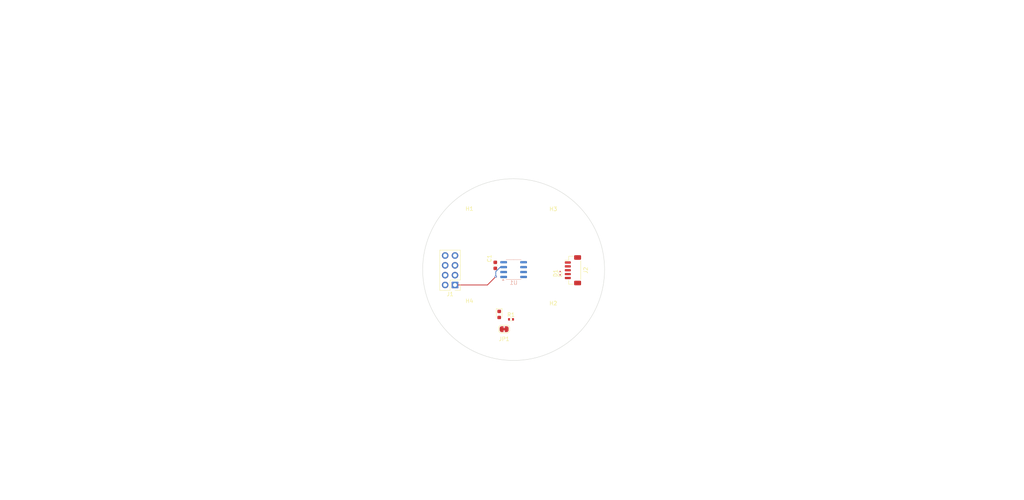
<source format=kicad_pcb>
(kicad_pcb (version 20241229) (generator "pcbnew") (generator_version "9.0")
  (title_block (date "2024-04-13") (rev "${REVISION}") (company "${COMPANY}"))
  (layers (0 "F.Cu" signal "L1 (Sig, PWR)") (4 "In1.Cu" power "L2 (GND)") (6 "In2.Cu" signal "L3 (Sig, PWR)") (2 "B.Cu" signal "L6 (Sig, PWR)") (13 "F.Paste" user) (15 "B.Paste" user) (5 "F.SilkS" user "F.Silkscreen") (7 "B.SilkS" user "B.Silkscreen") (1 "F.Mask" user) (3 "B.Mask" user) (25 "Edge.Cuts" user))
  (property "ASSEMBLY_NOTES" "")
  (property "BOARD_NAME" "EncoderGo")
  (property "COMPANY" "EveryFlavorRobotics")
  (property "DESIGNER" "Alexchunlin")
  (property "FABRICATION_NOTES" "")
  (property "GIT_HASH_PCB" "cffaaf0")
  (property "GIT_HASH_SCH" "cffaaf0")
  (property "GIT_URL" "https://github.com/alexchunlin/kibot-testing")
  (property "PROJECT_NAME" "CICD-Test")
  (property "RELEASE_BODY_1.0.0" "")
  (property "RELEASE_BODY_1.0.1" "")
  (property "RELEASE_BODY_1.0.2" "")
  (property "RELEASE_BODY_1.1.0" "")
  (property "RELEASE_BODY_UNRELEASED" "Version Unreleased not found.")
  (property "RELEASE_DATE" "12-Jan-2026")
  (property "RELEASE_DATE_NUM" "2026-01-12")
  (property "RELEASE_TITLE_1.0.0" "")
  (property "RELEASE_TITLE_1.0.1" "")
  (property "RELEASE_TITLE_1.0.2" "")
  (property "RELEASE_TITLE_1.1.0" "")
  (property "RELEASE_TITLE_UNRELEASED" "Version Unreleased not found.")
  (property "REVISION" "+ (Unreleased)")
  (property "SHEET_NAME_1" "Cover Page")
  (property "SHEET_NAME_10" "......................................")
  (property "SHEET_NAME_11" "......................................")
  (property "SHEET_NAME_12" "......................................")
  (property "SHEET_NAME_13" "......................................")
  (property "SHEET_NAME_14" "......................................")
  (property "SHEET_NAME_15" "......................................")
  (property "SHEET_NAME_16" "......................................")
  (property "SHEET_NAME_17" "......................................")
  (property "SHEET_NAME_18" "......................................")
  (property "SHEET_NAME_19" "......................................")
  (property "SHEET_NAME_2" "Block Diagram")
  (property "SHEET_NAME_20" "......................................")
  (property "SHEET_NAME_21" "......................................")
  (property "SHEET_NAME_22" "......................................")
  (property "SHEET_NAME_23" "......................................")
  (property "SHEET_NAME_24" "......................................")
  (property "SHEET_NAME_25" "......................................")
  (property "SHEET_NAME_26" "......................................")
  (property "SHEET_NAME_27" "......................................")
  (property "SHEET_NAME_28" "......................................")
  (property "SHEET_NAME_29" "......................................")
  (property "SHEET_NAME_3" "Project Architecture")
  (property "SHEET_NAME_30" "......................................")
  (property "SHEET_NAME_31" "......................................")
  (property "SHEET_NAME_32" "......................................")
  (property "SHEET_NAME_33" "......................................")
  (property "SHEET_NAME_34" "......................................")
  (property "SHEET_NAME_35" "......................................")
  (property "SHEET_NAME_36" "......................................")
  (property "SHEET_NAME_37" "......................................")
  (property "SHEET_NAME_38" "......................................")
  (property "SHEET_NAME_39" "......................................")
  (property "SHEET_NAME_4" "Section A - Title A")
  (property "SHEET_NAME_40" "......................................")
  (property "SHEET_NAME_5" "Section B - Title B")
  (property "SHEET_NAME_6" "Power - Sequencing")
  (property "SHEET_NAME_7" "Revision History")
  (property "SHEET_NAME_8" "......................................")
  (property "SHEET_NAME_9" "......................................")
  (property "VARIANT" "DRAFT")
  (net 0 "")
  (net 1 "GND")
  (net 2 "+3V3")
  (net 3 "Net-(D2-A)")
  (net 4 "out_sel")
  (net 5 "SDA-A")
  (net 6 "mode")
  (net 7 "push")
  (net 8 "SCL-B")
  (net 9 "Z-CS")
  (net 10 "Net-(JP1-B)")
  (footprint "Jumper:SolderJumper-2_P1.3mm_Bridged_RoundedPad1.0x1.5mm" (layer "F.Cu") (at 146.05 105.41)
    (property "Reference" "JP1" (at 0 2.54 0) (layer "F.SilkS"))
    (property "Value" "SolderJumper_2_Bridged")
    (fp_poly (pts (xy 0.25 -0.3) (xy -0.25 -0.3) (xy -0.25 0.3) (xy 0.25 0.3)) (fill yes) (layer "F.Cu"))
    (fp_line (start -1.4 0.3) (end -1.4 -0.3) (stroke (width 0.12)) (layer "F.SilkS"))
    (fp_line (start -0.7 -1) (end 0.7 -1) (stroke (width 0.12)) (layer "F.SilkS"))
    (fp_line (start 0.7 1) (end -0.7 1) (stroke (width 0.12)) (layer "F.SilkS"))
    (fp_line (start 1.4 -0.3) (end 1.4 0.3) (stroke (width 0.12)) (layer "F.SilkS"))
    (fp_arc (start -1.4 -0.3) (mid -1.194975 -0.794975) (end -0.7 -1) (stroke (width 0.12)) (layer "F.SilkS"))
    (fp_arc (start -0.7 1) (mid -1.194975 0.794975) (end -1.4 0.3) (stroke (width 0.12)) (layer "F.SilkS"))
    (fp_arc (start 0.7 -1) (mid 1.194975 -0.794975) (end 1.4 -0.3) (stroke (width 0.12)) (layer "F.SilkS"))
    (fp_arc (start 1.4 0.3) (mid 1.194975 0.794975) (end 0.7 1) (stroke (width 0.12)) (layer "F.SilkS"))
    (pad "1" smd custom (at -0.65 0) (size 1 0.5) (layers "F.Cu" "F.Mask") (net 1 "GND") (options (clearance outline) (anchor rect)) (primitives (gr_circle (center 0 0.25) (end 0.5 0.25) (width 0) (fill yes)) (gr_circle (center 0 -0.25) (end 0.5 -0.25) (width 0) (fill yes)) (gr_poly (pts (xy 0.5 0.75) (xy 0 0.75) (xy 0 -0.75) (xy 0.5 -0.75)) (width 0) (fill yes))))
    (pad "2" smd custom (at 0.65 0) (size 1 0.5) (layers "F.Cu" "F.Mask") (net 10 "Net-(JP1-B)") (options (clearance outline) (anchor rect)) (primitives (gr_circle (center 0 0.25) (end 0.5 0.25) (width 0) (fill yes)) (gr_circle (center 0 -0.25) (end 0.5 -0.25) (width 0) (fill yes)) (gr_poly (pts (xy 0 0.75) (xy -0.5 0.75) (xy -0.5 -0.75) (xy 0 -0.75)) (width 0) (fill yes))))
  )
  (footprint "Diode_SMD:D_SOD-923" (layer "F.Cu") (at 160.528 90.932 90)
    (property "Reference" "D1" (at 0 -1.2 90) (layer "F.SilkS"))
    (property "Value" "ESD9B3.3ST5G")
    (fp_line (start 0.5 -0.4) (end -0.86 -0.4) (stroke (width 0.12)) (layer "F.SilkS"))
    (fp_line (start -0.86 -0.4) (end -0.86 0.4) (stroke (width 0.12)) (layer "F.SilkS"))
    (fp_line (start 0.5 0.4) (end -0.86 0.4) (stroke (width 0.12)) (layer "F.SilkS"))
    (pad "1" smd roundrect (at -0.42 0 270) (size 0.36 0.25) (layers "F.Cu" "F.Mask" "F.Paste") (net 1 "GND"))
    (pad "2" smd roundrect (at 0.42 0 270) (size 0.36 0.25) (layers "F.Cu" "F.Mask" "F.Paste") (net 2 "+3V3"))
  )
  (footprint "MountingHole:MountingHole_3.2mm_M3" (layer "F.Cu") (at 158.75 102.87)
    (property "Reference" "H2" (at 0 -4.15 0) (layer "F.SilkS"))
    (property "Value" "M3")
    (pad "" np_thru_hole circle (at 0 0) (size 3.2 3.2) (drill 3.2) (layers "*.Cu" "*.Mask"))
  )
  (footprint "LED_SMD:LED_0603_1608Metric" (layer "F.Cu") (at 144.78 101.6 -90)
    (property "Reference" "D2" (hide yes))
    (property "Value" "LED")
    (fp_line (start -1.485 0.735) (end 0.8 0.735) (stroke (width 0.12)) (layer "F.SilkS"))
    (fp_line (start -1.485 -0.735) (end -1.485 0.735) (stroke (width 0.12)) (layer "F.SilkS"))
    (fp_line (start 0.8 -0.735) (end -1.485 -0.735) (stroke (width 0.12)) (layer "F.SilkS"))
    (pad "1" smd roundrect (at -0.7875 0 270) (size 0.875 0.95) (layers "F.Cu" "F.Mask" "F.Paste") (net 2 "+3V3"))
    (pad "2" smd roundrect (at 0.7875 0 270) (size 0.875 0.95) (layers "F.Cu" "F.Mask" "F.Paste") (net 3 "Net-(D2-A)"))
  )
  (footprint "Capacitor_SMD:C_0603_1608Metric" (layer "F.Cu") (at 143.764 88.9 -90)
    (property "Reference" "C1" (at -1.778 1.524 90) (layer "F.SilkS"))
    (property "Value" "0.1uF")
    (fp_line (start -0.14058 0.51) (end 0.14058 0.51) (stroke (width 0.12)) (layer "F.SilkS"))
    (fp_line (start -0.14058 -0.51) (end 0.14058 -0.51) (stroke (width 0.12)) (layer "F.SilkS"))
    (pad "1" smd roundrect (at -0.775 0 270) (size 0.9 0.95) (layers "F.Cu" "F.Mask" "F.Paste") (net 2 "+3V3"))
    (pad "2" smd roundrect (at 0.775 0 270) (size 0.9 0.95) (layers "F.Cu" "F.Mask" "F.Paste") (net 1 "GND"))
  )
  (footprint "Connector_JST:JST_SH_BM05B-SRSS-TB_1x05-1MP_P1.00mm_Vertical" (layer "F.Cu") (at 163.83 90.17 -90)
    (property "Reference" "J2" (at 0 -3.3 90) (layer "F.SilkS"))
    (property "Value" "Conn_01x05_Pin")
    (fp_line (start -3.61 1.11) (end -2.56 1.11) (stroke (width 0.12)) (layer "F.SilkS"))
    (fp_line (start -2.56 1.11) (end -2.56 2.1) (stroke (width 0.12)) (layer "F.SilkS"))
    (fp_line (start 3.61 1.11) (end 2.56 1.11) (stroke (width 0.12)) (layer "F.SilkS"))
    (fp_line (start -3.61 -0.04) (end -3.61 1.11) (stroke (width 0.12)) (layer "F.SilkS"))
    (fp_line (start 3.61 -0.04) (end 3.61 1.11) (stroke (width 0.12)) (layer "F.SilkS"))
    (fp_line (start -2.44 -2.01) (end 2.44 -2.01) (stroke (width 0.12)) (layer "F.SilkS"))
    (pad "1" smd roundrect (at -2 1.325 270) (size 0.6 1.55) (layers "F.Cu" "F.Mask" "F.Paste") (net 5 "SDA-A"))
    (pad "2" smd roundrect (at -1 1.325 270) (size 0.6 1.55) (layers "F.Cu" "F.Mask" "F.Paste") (net 8 "SCL-B"))
    (pad "3" smd roundrect (at 0 1.325 270) (size 0.6 1.55) (layers "F.Cu" "F.Mask" "F.Paste") (net 2 "+3V3"))
    (pad "4" smd roundrect (at 1 1.325 270) (size 0.6 1.55) (layers "F.Cu" "F.Mask" "F.Paste") (net 9 "Z-CS"))
    (pad "5" smd roundrect (at 2 1.325 270) (size 0.6 1.55) (layers "F.Cu" "F.Mask" "F.Paste") (net 1 "GND"))
    (pad "MP" smd roundrect (at -3.3 -1.2 270) (size 1.2 1.8) (layers "F.Cu" "F.Mask" "F.Paste") (roundrect_rratio 0.208333))
    (pad "MP" smd roundrect (at 3.3 -1.2 270) (size 1.2 1.8) (layers "F.Cu" "F.Mask" "F.Paste") (roundrect_rratio 0.208333))
  )
  (footprint "MountingHole:MountingHole_3.2mm_M3" (layer "F.Cu") (at 137.075 78.420149)
    (property "Reference" "H1" (at 0 -4.15 0) (layer "F.SilkS"))
    (property "Value" "M3")
    (pad "" np_thru_hole circle (at 0 0) (size 3.2 3.2) (drill 3.2) (layers "*.Cu" "*.Mask"))
  )
  (footprint "MountingHole:MountingHole_3.2mm_M3" (layer "F.Cu") (at 158.75 78.486)
    (property "Reference" "H3" (at 0 -4.15 0) (layer "F.SilkS"))
    (property "Value" "M3")
    (pad "" np_thru_hole circle (at 0 0) (size 3.2 3.2) (drill 3.2) (layers "*.Cu" "*.Mask"))
  )
  (footprint "Resistor_SMD:R_0402_1005Metric" (layer "F.Cu") (at 147.83 102.87)
    (property "Reference" "R1" (at 0 -1.17 0) (layer "F.SilkS"))
    (property "Value" "5k")
    (fp_line (start -0.153641 -0.38) (end 0.153641 -0.38) (stroke (width 0.12)) (layer "F.SilkS"))
    (fp_line (start -0.153641 0.38) (end 0.153641 0.38) (stroke (width 0.12)) (layer "F.SilkS"))
    (pad "1" smd roundrect (at -0.51 0) (size 0.54 0.64) (layers "F.Cu" "F.Mask" "F.Paste") (net 3 "Net-(D2-A)"))
    (pad "2" smd roundrect (at 0.51 0) (size 0.54 0.64) (layers "F.Cu" "F.Mask" "F.Paste") (net 10 "Net-(JP1-B)"))
  )
  (footprint "MountingHole:MountingHole_3.2mm_M3" (layer "F.Cu") (at 137.075 102.270149)
    (property "Reference" "H4" (at 0 -4.15 0) (layer "F.SilkS"))
    (property "Value" "M3")
    (pad "" np_thru_hole circle (at 0 0) (size 3.2 3.2) (drill 3.2) (layers "*.Cu" "*.Mask"))
  )
  (footprint "Connector_PinHeader_2.54mm:PinHeader_2x04_P2.54mm_Vertical" (layer "F.Cu") (at 133.355 93.98 180)
    (property "Reference" "J1" (at 1.27 -2.38 0) (layer "F.SilkS"))
    (property "Value" "Conn_02x04_Counter_Clockwise")
    (fp_line (start 3.92 -1.38) (end 3.92 9) (stroke (width 0.12)) (layer "F.SilkS"))
    (fp_line (start 1.27 1.27) (end 1.27 -1.38) (stroke (width 0.12)) (layer "F.SilkS"))
    (fp_line (start 1.27 -1.38) (end 3.92 -1.38) (stroke (width 0.12)) (layer "F.SilkS"))
    (fp_line (start -1.38 9) (end 3.92 9) (stroke (width 0.12)) (layer "F.SilkS"))
    (fp_line (start -1.38 1.27) (end 1.27 1.27) (stroke (width 0.12)) (layer "F.SilkS"))
    (fp_line (start -1.38 1.27) (end -1.38 9) (stroke (width 0.12)) (layer "F.SilkS"))
    (fp_line (start -1.38 0) (end -1.38 -1.38) (stroke (width 0.12)) (layer "F.SilkS"))
    (fp_line (start -1.38 -1.38) (end 0 -1.38) (stroke (width 0.12)) (layer "F.SilkS"))
    (pad "1" thru_hole rect (at 0 0 180) (size 1.7 1.7) (drill 1) (layers "*.Cu" "*.Mask") (net 4 "out_sel"))
    (pad "2" thru_hole circle (at 2.54 0 180) (size 1.7 1.7) (drill 1) (layers "*.Cu" "*.Mask") (net 6 "mode"))
    (pad "3" thru_hole circle (at 0 2.54 180) (size 1.7 1.7) (drill 1) (layers "*.Cu" "*.Mask") (net 2 "+3V3"))
    (pad "4" thru_hole circle (at 2.54 2.54 180) (size 1.7 1.7) (drill 1) (layers "*.Cu" "*.Mask") (net 7 "push"))
    (pad "5" thru_hole circle (at 0 5.08 180) (size 1.7 1.7) (drill 1) (layers "*.Cu" "*.Mask") (net 1 "GND"))
    (pad "6" thru_hole circle (at 2.54 5.08 180) (size 1.7 1.7) (drill 1) (layers "*.Cu" "*.Mask") (net 5 "SDA-A"))
    (pad "7" thru_hole circle (at 0 7.62 180) (size 1.7 1.7) (drill 1) (layers "*.Cu" "*.Mask") (net 8 "SCL-B"))
    (pad "8" thru_hole circle (at 2.54 7.62 180) (size 1.7 1.7) (drill 1) (layers "*.Cu" "*.Mask") (net 9 "Z-CS"))
  )
  (footprint "Package_SO:SO-8_3.9x4.9mm_P1.27mm" (layer "B.Cu") (at 148.5 90)
    (property "Reference" "U1" (at 0 3.4 180) (layer "B.SilkS") (effects (justify mirror)))
    (property "Value" "MT6701CT")
    (fp_line (start 0 -2.56) (end -1.95 -2.56) (stroke (width 0.12)) (layer "B.SilkS"))
    (fp_line (start 0 -2.56) (end 1.95 -2.56) (stroke (width 0.12)) (layer "B.SilkS"))
    (fp_line (start 0 2.56) (end -1.95 2.56) (stroke (width 0.12)) (layer "B.SilkS"))
    (fp_line (start 0 2.56) (end 1.95 2.56) (stroke (width 0.12)) (layer "B.SilkS"))
    (fp_poly (pts (xy -2.7 2.465) (xy -2.94 2.795) (xy -2.46 2.795)) (stroke (width 0.12)) (fill yes) (layer "B.SilkS"))
    (pad "1" smd roundrect (at -2.575 1.905) (size 1.75 0.6) (layers "B.Cu" "B.Mask" "B.Paste") (net 2 "+3V3"))
    (pad "2" smd roundrect (at -2.575 0.635) (size 1.75 0.6) (layers "B.Cu" "B.Mask" "B.Paste") (net 6 "mode"))
    (pad "3" smd roundrect (at -2.575 -0.635) (size 1.75 0.6) (layers "B.Cu" "B.Mask" "B.Paste") (net 4 "out_sel"))
    (pad "4" smd roundrect (at -2.575 -1.905) (size 1.75 0.6) (layers "B.Cu" "B.Mask" "B.Paste") (net 1 "GND"))
    (pad "5" smd roundrect (at 2.575 -1.905) (size 1.75 0.6) (layers "B.Cu" "B.Mask" "B.Paste") (net 7 "push"))
    (pad "6" smd roundrect (at 2.575 -0.635) (size 1.75 0.6) (layers "B.Cu" "B.Mask" "B.Paste") (net 5 "SDA-A"))
    (pad "7" smd roundrect (at 2.575 0.635) (size 1.75 0.6) (layers "B.Cu" "B.Mask" "B.Paste") (net 8 "SCL-B"))
    (pad "8" smd roundrect (at 2.575 1.905) (size 1.75 0.6) (layers "B.Cu" "B.Mask" "B.Paste") (net 9 "Z-CS"))
  )
  (gr_circle (center 148.5 90) (end 172 89.75) (stroke (width 0.1)) (fill no) (layer "Edge.Cuts"))
  (segment (start 141.732 93.98) (end 143.891 91.821) (width 0.2) (layer "F.Cu") (net 4))
  (segment (start 144.018 91.694) (end 143.891 91.821) (width 0.2) (layer "F.Cu") (net 4))
  (segment (start 133.355 93.98) (end 141.732 93.98) (width 0.2) (layer "F.Cu") (net 4))
  (via (at 143.891 91.821) (size 0.55) (drill 0.25) (layers "F.Cu" "B.Cu") (net 4))
  (segment (start 143.891 90.524001) (end 143.891 91.821) (width 0.2) (layer "B.Cu") (net 4))
  (segment (start 145.925 89.365) (end 145.050001 89.365) (width 0.2) (layer "B.Cu") (net 4))
  (segment (start 145.050001 89.365) (end 143.891 90.524001) (width 0.2) (layer "B.Cu") (net 4))
)
</source>
